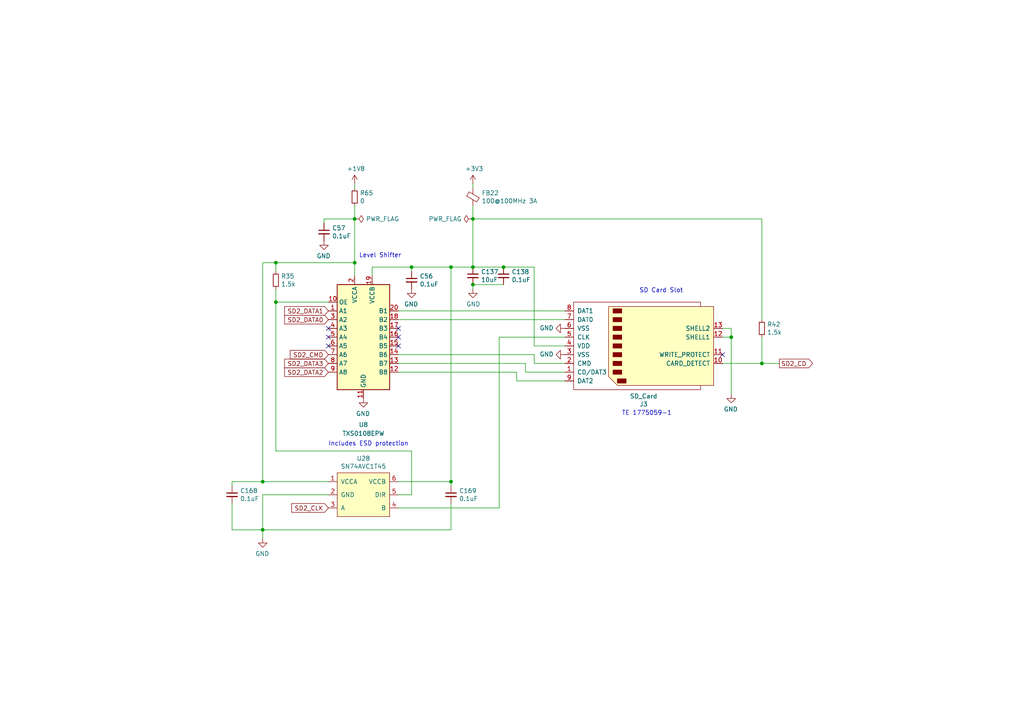
<source format=kicad_sch>
(kicad_sch (version 20211123) (generator eeschema)
  (paper "A4")
  (title_block (title "MNT Reform 2 SD Card") (date "2022-10-12") (rev "2.5D-1") (company "MNT Research GmbH") (comment 1 "https://mntre.com") (comment 2 "Engineer: Lukas F. Hartmann") (comment 3 "License: CERN-OHL-S 2.0"))
  (lib_symbols
    (symbol "Connector:SD_Card" (pin_names (offset 1.016))
      (property "Reference" "J" (at -16.51 13.97 0))
      (property "Value" "SD_Card" (at 15.24 -13.97 0))
      (symbol "SD_Card_0_1"
        (rectangle (start -8.89 -9.525) (end -6.35 -10.795) (fill (type outline)))
        (rectangle (start -8.89 -6.985) (end -6.35 -8.255) (fill (type outline)))
        (rectangle (start -8.89 -4.445) (end -6.35 -5.715) (fill (type outline)))
        (rectangle (start -8.89 -1.905) (end -6.35 -3.175) (fill (type outline)))
        (rectangle (start -8.89 0.635) (end -6.35 -0.635) (fill (type outline)))
        (rectangle (start -8.89 3.175) (end -6.35 1.905) (fill (type outline)))
        (rectangle (start -8.89 5.715) (end -6.35 4.445) (fill (type outline)))
        (rectangle (start -8.89 8.255) (end -6.35 6.985) (fill (type outline)))
        (rectangle (start -7.62 10.795) (end -5.08 9.525) (fill (type outline)))
        (polyline (pts (xy -10.16 8.89) (xy -7.62 11.43) (xy 20.32 11.43) (xy 20.32 -11.43) (xy -10.16 -11.43) (xy -10.16 8.89)) (fill (type background)))
        (polyline (pts (xy 16.51 11.43) (xy 16.51 12.7) (xy -20.32 12.7) (xy -20.32 -12.7) (xy 16.51 -12.7) (xy 16.51 -11.43)))
      )
      (symbol "SD_Card_1_1"
        (pin input line (at -22.86 7.62 0) (length 2.54) (name "CD/DAT3") (number "1"))
        (pin input line (at 22.86 5.08 180) (length 2.54) (name "CARD_DETECT") (number "10"))
        (pin input line (at 22.86 2.54 180) (length 2.54) (name "WRITE_PROTECT") (number "11"))
        (pin input line (at 22.86 -2.54 180) (length 2.54) (name "SHELL1") (number "12"))
        (pin input line (at 22.86 -5.08 180) (length 2.54) (name "SHELL2") (number "13"))
        (pin input line (at -22.86 5.08 0) (length 2.54) (name "CMD") (number "2"))
        (pin power_in line (at -22.86 2.54 0) (length 2.54) (name "VSS") (number "3"))
        (pin power_in line (at -22.86 0 0) (length 2.54) (name "VDD") (number "4"))
        (pin input line (at -22.86 -2.54 0) (length 2.54) (name "CLK") (number "5"))
        (pin power_in line (at -22.86 -5.08 0) (length 2.54) (name "VSS") (number "6"))
        (pin input line (at -22.86 -7.62 0) (length 2.54) (name "DAT0") (number "7"))
        (pin input line (at -22.86 -10.16 0) (length 2.54) (name "DAT1") (number "8"))
        (pin input line (at -22.86 10.16 0) (length 2.54) (name "DAT2") (number "9"))
      )
    )
    (symbol "Device:C_Small" (pin_numbers hide) (pin_names (offset 0.254) hide)
      (property "Reference" "C" (at 0.254 1.778 0))
      (property "Value" "C_Small" (at 0.254 -2.032 0))
      (symbol "C_Small_0_1"
        (polyline (pts (xy -1.524 -0.508) (xy 1.524 -0.508)) (stroke (width 0.3302)))
        (polyline (pts (xy -1.524 0.508) (xy 1.524 0.508)) (stroke (width 0.3048)))
      )
      (symbol "C_Small_1_1"
        (pin passive line (at 0 2.54 270) (length 2.032) (name "~") (number "1"))
        (pin passive line (at 0 -2.54 90) (length 2.032) (name "~") (number "2"))
      )
    )
    (symbol "Device:FerriteBead_Small" (pin_numbers hide) (pin_names (offset 0))
      (property "Reference" "FB" (at 1.905 1.27 0))
      (property "Value" "FerriteBead_Small" (at 1.905 -1.27 0))
      (symbol "FerriteBead_Small_0_1"
        (polyline (pts (xy 0 -1.27) (xy 0 -0.7874)))
        (polyline (pts (xy 0 0.889) (xy 0 1.2954)))
        (polyline (pts (xy -1.8288 0.2794) (xy -1.1176 1.4986) (xy 1.8288 -0.2032) (xy 1.1176 -1.4224) (xy -1.8288 0.2794)))
      )
      (symbol "FerriteBead_Small_1_1"
        (pin passive line (at 0 2.54 270) (length 1.27) (name "~") (number "1"))
        (pin passive line (at 0 -2.54 90) (length 1.27) (name "~") (number "2"))
      )
    )
    (symbol "Device:R_Small" (pin_numbers hide) (pin_names (offset 0.254) hide)
      (property "Reference" "R" (at 0.762 0.508 0))
      (property "Value" "R_Small" (at 0.762 -1.016 0))
      (symbol "R_Small_0_1"
        (rectangle (start -0.762 1.778) (end 0.762 -1.778) (stroke (width 0.2032)))
      )
      (symbol "R_Small_1_1"
        (pin passive line (at 0 2.54 270) (length 0.762) (name "~") (number "1"))
        (pin passive line (at 0 -2.54 90) (length 0.762) (name "~") (number "2"))
      )
    )
    (symbol "Logic_LevelTranslator:TXS0108EPW"
      (property "Reference" "U" (at -6.35 16.51 0))
      (property "Value" "TXS0108EPW" (at 3.81 16.51 0))
      (symbol "TXS0108EPW_0_1"
        (rectangle (start -7.62 15.24) (end 7.62 -15.24) (stroke (width 0.254)) (fill (type background)))
      )
      (symbol "TXS0108EPW_1_1"
        (pin bidirectional line (at -10.16 7.62 0) (length 2.54) (name "A1") (number "1"))
        (pin input line (at -10.16 10.16 0) (length 2.54) (name "OE") (number "10"))
        (pin power_in line (at 0 -17.78 90) (length 2.54) (name "GND") (number "11"))
        (pin bidirectional line (at 10.16 -10.16 180) (length 2.54) (name "B8") (number "12"))
        (pin bidirectional line (at 10.16 -7.62 180) (length 2.54) (name "B7") (number "13"))
        (pin bidirectional line (at 10.16 -5.08 180) (length 2.54) (name "B6") (number "14"))
        (pin bidirectional line (at 10.16 -2.54 180) (length 2.54) (name "B5") (number "15"))
        (pin bidirectional line (at 10.16 0 180) (length 2.54) (name "B4") (number "16"))
        (pin bidirectional line (at 10.16 2.54 180) (length 2.54) (name "B3") (number "17"))
        (pin bidirectional line (at 10.16 5.08 180) (length 2.54) (name "B2") (number "18"))
        (pin power_in line (at 2.54 17.78 270) (length 2.54) (name "VCCB") (number "19"))
        (pin power_in line (at -2.54 17.78 270) (length 2.54) (name "VCCA") (number "2"))
        (pin bidirectional line (at 10.16 7.62 180) (length 2.54) (name "B1") (number "20"))
        (pin bidirectional line (at -10.16 5.08 0) (length 2.54) (name "A2") (number "3"))
        (pin bidirectional line (at -10.16 2.54 0) (length 2.54) (name "A3") (number "4"))
        (pin bidirectional line (at -10.16 0 0) (length 2.54) (name "A4") (number "5"))
        (pin bidirectional line (at -10.16 -2.54 0) (length 2.54) (name "A5") (number "6"))
        (pin bidirectional line (at -10.16 -5.08 0) (length 2.54) (name "A6") (number "7"))
        (pin bidirectional line (at -10.16 -7.62 0) (length 2.54) (name "A7") (number "8"))
        (pin bidirectional line (at -10.16 -10.16 0) (length 2.54) (name "A8") (number "9"))
      )
    )
    (symbol "power:+1V8" (power) (pin_names (offset 0))
      (property "Value" "+1V8" (at 0 3.556 0))
      (symbol "+1V8_0_1"
        (polyline (pts (xy -0.762 1.27) (xy 0 2.54)))
        (polyline (pts (xy 0 0) (xy 0 2.54)))
        (polyline (pts (xy 0 2.54) (xy 0.762 1.27)))
      )
      (symbol "+1V8_1_1"
        (pin power_in line (at 0 0 90) (length 0) hide (name "+1V8") (number "1"))
      )
    )
    (symbol "power:+3V3" (power) (pin_names (offset 0))
      (property "Value" "+3V3" (at 0 3.556 0))
      (symbol "+3V3_0_1"
        (polyline (pts (xy -0.762 1.27) (xy 0 2.54)))
        (polyline (pts (xy 0 0) (xy 0 2.54)))
        (polyline (pts (xy 0 2.54) (xy 0.762 1.27)))
      )
      (symbol "+3V3_1_1"
        (pin power_in line (at 0 0 90) (length 0) hide (name "+3V3") (number "1"))
      )
    )
    (symbol "power:GND" (power) (pin_names (offset 0))
      (property "Value" "GND" (at 0 -3.81 0))
      (symbol "GND_0_1"
        (polyline (pts (xy 0 0) (xy 0 -1.27) (xy 1.27 -1.27) (xy 0 -2.54) (xy -1.27 -1.27) (xy 0 -1.27)))
      )
      (symbol "GND_1_1"
        (pin power_in line (at 0 0 270) (length 0) hide (name "GND") (number "1"))
      )
    )
    (symbol "power:PWR_FLAG" (power) (pin_numbers hide) (pin_names (offset 0) hide)
      (property "Value" "PWR_FLAG" (at 0 3.81 0))
      (symbol "PWR_FLAG_0_0"
        (pin power_out line (at 0 0 90) (length 0) (name "pwr") (number "1"))
      )
      (symbol "PWR_FLAG_0_1"
        (polyline (pts (xy 0 0) (xy 0 1.27) (xy -1.016 1.905) (xy 0 2.54) (xy 1.016 1.905) (xy 0 1.27)))
      )
    )
    (symbol "reform2:SN74AVC1T45" (pin_names (offset 1.016))
      (property "Reference" "U" (at 0 -8.89 0))
      (property "Value" "SN74AVC1T45" (at 0 -11.43 0))
      (symbol "SN74AVC1T45_0_1"
        (rectangle (start -7.62 6.35) (end 7.62 -6.35) (fill (type background)))
      )
      (symbol "SN74AVC1T45_1_1"
        (pin power_in line (at -10.16 3.81 0) (length 2.54) (name "VCCA") (number "1"))
        (pin power_in line (at -10.16 0 0) (length 2.54) (name "GND") (number "2"))
        (pin input line (at -10.16 -3.81 0) (length 2.54) (name "A") (number "3"))
        (pin output line (at 10.16 -3.81 180) (length 2.54) (name "B") (number "4"))
        (pin input line (at 10.16 0 180) (length 2.54) (name "DIR") (number "5"))
        (pin power_in line (at 10.16 3.81 180) (length 2.54) (name "VCCB") (number "6"))
      )
    )
  )
  (junction (at 80.01 76.2))
  (junction (at 137.16 77.47))
  (junction (at 76.2 139.7))
  (junction (at 137.16 63.5))
  (junction (at 130.81 77.47))
  (junction (at 102.87 63.5))
  (junction (at 119.38 77.47))
  (junction (at 102.87 76.2))
  (junction (at 80.01 87.63))
  (junction (at 146.05 77.47))
  (junction (at 220.98 105.41))
  (junction (at 76.2 153.67))
  (junction (at 212.09 97.79))
  (junction (at 137.16 82.55))
  (junction (at 130.81 139.7))
  (no_connect (at 95.25 95.25))
  (no_connect (at 115.57 100.33))
  (no_connect (at 95.25 100.33))
  (no_connect (at 209.55 102.87))
  (no_connect (at 95.25 97.79))
  (no_connect (at 115.57 97.79))
  (no_connect (at 115.57 95.25))
  (wire (pts (xy 102.87 63.5) (xy 102.87 76.2)))
  (wire (pts (xy 80.01 76.2) (xy 102.87 76.2)))
  (wire (pts (xy 149.86 107.95) (xy 149.86 110.49)))
  (wire (pts (xy 102.87 63.5) (xy 93.98 63.5)))
  (wire (pts (xy 102.87 76.2) (xy 102.87 80.01)))
  (wire (pts (xy 67.31 153.67) (xy 76.2 153.67)))
  (wire (pts (xy 209.55 97.79) (xy 212.09 97.79)))
  (wire (pts (xy 144.78 97.79) (xy 163.83 97.79)))
  (wire (pts (xy 107.95 77.47) (xy 107.95 80.01)))
  (wire (pts (xy 149.86 110.49) (xy 163.83 110.49)))
  (wire (pts (xy 76.2 139.7) (xy 95.25 139.7)))
  (wire (pts (xy 152.4 105.41) (xy 152.4 107.95)))
  (wire (pts (xy 137.16 82.55) (xy 137.16 83.82)))
  (wire (pts (xy 154.94 77.47) (xy 146.05 77.47)))
  (wire (pts (xy 212.09 97.79) (xy 212.09 95.25)))
  (wire (pts (xy 76.2 143.51) (xy 76.2 153.67)))
  (wire (pts (xy 119.38 77.47) (xy 107.95 77.47)))
  (wire (pts (xy 76.2 153.67) (xy 76.2 156.21)))
  (wire (pts (xy 76.2 76.2) (xy 80.01 76.2)))
  (wire (pts (xy 102.87 59.69) (xy 102.87 63.5)))
  (wire (pts (xy 76.2 139.7) (xy 67.31 139.7)))
  (wire (pts (xy 154.94 102.87) (xy 154.94 105.41)))
  (wire (pts (xy 130.81 140.97) (xy 130.81 139.7)))
  (wire (pts (xy 80.01 87.63) (xy 80.01 130.81)))
  (wire (pts (xy 146.05 77.47) (xy 137.16 77.47)))
  (wire (pts (xy 137.16 82.55) (xy 146.05 82.55)))
  (wire (pts (xy 212.09 95.25) (xy 209.55 95.25)))
  (wire (pts (xy 220.98 63.5) (xy 137.16 63.5)))
  (wire (pts (xy 119.38 143.51) (xy 115.57 143.51)))
  (wire (pts (xy 154.94 100.33) (xy 163.83 100.33)))
  (wire (pts (xy 212.09 97.79) (xy 212.09 114.3)))
  (wire (pts (xy 130.81 153.67) (xy 76.2 153.67)))
  (wire (pts (xy 130.81 139.7) (xy 130.81 77.47)))
  (wire (pts (xy 67.31 139.7) (xy 67.31 140.97)))
  (wire (pts (xy 95.25 87.63) (xy 80.01 87.63)))
  (wire (pts (xy 130.81 77.47) (xy 137.16 77.47)))
  (wire (pts (xy 115.57 90.17) (xy 163.83 90.17)))
  (wire (pts (xy 137.16 54.61) (xy 137.16 53.34)))
  (wire (pts (xy 95.25 143.51) (xy 76.2 143.51)))
  (wire (pts (xy 144.78 147.32) (xy 144.78 97.79)))
  (wire (pts (xy 137.16 59.69) (xy 137.16 63.5)))
  (wire (pts (xy 130.81 146.05) (xy 130.81 153.67)))
  (wire (pts (xy 220.98 105.41) (xy 209.55 105.41)))
  (wire (pts (xy 152.4 107.95) (xy 163.83 107.95)))
  (wire (pts (xy 119.38 130.81) (xy 119.38 143.51)))
  (wire (pts (xy 130.81 139.7) (xy 115.57 139.7)))
  (wire (pts (xy 80.01 83.82) (xy 80.01 87.63)))
  (wire (pts (xy 80.01 130.81) (xy 119.38 130.81)))
  (wire (pts (xy 220.98 63.5) (xy 220.98 92.71)))
  (wire (pts (xy 80.01 78.74) (xy 80.01 76.2)))
  (wire (pts (xy 154.94 77.47) (xy 154.94 100.33)))
  (wire (pts (xy 137.16 63.5) (xy 137.16 77.47)))
  (wire (pts (xy 154.94 105.41) (xy 163.83 105.41)))
  (wire (pts (xy 102.87 53.34) (xy 102.87 54.61)))
  (wire (pts (xy 115.57 105.41) (xy 152.4 105.41)))
  (wire (pts (xy 130.81 77.47) (xy 119.38 77.47)))
  (wire (pts (xy 93.98 63.5) (xy 93.98 64.77)))
  (wire (pts (xy 226.06 105.41) (xy 220.98 105.41)))
  (wire (pts (xy 115.57 92.71) (xy 163.83 92.71)))
  (wire (pts (xy 67.31 146.05) (xy 67.31 153.67)))
  (wire (pts (xy 119.38 77.47) (xy 119.38 78.74)))
  (wire (pts (xy 115.57 107.95) (xy 149.86 107.95)))
  (wire (pts (xy 220.98 105.41) (xy 220.98 97.79)))
  (wire (pts (xy 76.2 76.2) (xy 76.2 139.7)))
  (wire (pts (xy 115.57 147.32) (xy 144.78 147.32)))
  (wire (pts (xy 115.57 102.87) (xy 154.94 102.87)))
  (text "TE 1775059-1" (at 180.34 120.65 0) (effects (font (size 1.27 1.27)) (justify left bottom)))
  (text "SD Card Slot" (at 185.42 85.09 0) (effects (font (size 1.27 1.27)) (justify left bottom)))
  (text "Level Shifter" (at 104.14 74.93 0) (effects (font (size 1.27 1.27)) (justify left bottom)))
  (text "Includes ESD protection" (at 95.25 129.54 0) (effects (font (size 1.27 1.27)) (justify left bottom)))
  (global_label "SD2_DATA0" (shape input) (at 95.25 92.71 180) (property "Intersheet References" "${INTERSHEET_REFS}" (effects hide)))
  (global_label "SD2_CLK" (shape input) (at 95.25 147.32 180) (property "Intersheet References" "${INTERSHEET_REFS}" (effects hide)))
  (global_label "SD2_DATA2" (shape input) (at 95.25 107.95 180) (property "Intersheet References" "${INTERSHEET_REFS}" (effects hide)))
  (global_label "SD2_CD" (shape output) (at 226.06 105.41 0) (property "Intersheet References" "${INTERSHEET_REFS}" (effects hide)))
  (global_label "SD2_DATA3" (shape input) (at 95.25 105.41 180) (property "Intersheet References" "${INTERSHEET_REFS}" (effects hide)))
  (global_label "SD2_DATA1" (shape input) (at 95.25 90.17 180) (property "Intersheet References" "${INTERSHEET_REFS}" (effects hide)))
  (global_label "SD2_CMD" (shape input) (at 95.25 102.87 180) (property "Intersheet References" "${INTERSHEET_REFS}" (effects hide)))
  (symbol (lib_id "Connector:SD_Card") (at 186.69 100.33 0) (mirror x) (unit 1)
    (property "Reference" "J3" (at 186.69 117.221 0))
    (property "Value" "SD_Card" (at 186.69 114.9096 0))
    (property "Footprint" "footprints:TE_1775059-1" (effects hide))
    (property "Datasheet" "https://www.te.com/usa-en/product-1775059-1.html" (effects hide))
    (property "Manufacturer" "TE" (effects hide))
    (property "Manufacturer_No" "1775059-1" (effects hide))
    (property "Checked" "y" (effects hide))
    (property "Distributor" "Mouser" (effects hide))
  )
  (symbol (lib_id "Device:R_Small") (at 220.98 95.25 0) (unit 1)
    (property "Reference" "R42" (at 222.4786 94.0816 0) (effects (justify left)))
    (property "Value" "1.5k" (at 222.4786 96.393 0) (effects (justify left)))
    (property "Footprint" "Resistor_SMD:R_0603_1608Metric" (effects hide))
    (property "Manufacturer" "Yageo" (effects hide))
    (property "Manufacturer_No" "RC0603FR-071K5L" (effects hide))
    (property "Checked" "y" (effects hide))
    (property "Distributor" "Mouser" (effects hide))
  )
  (symbol (lib_id "power:GND") (at 163.83 95.25 270) (mirror x) (unit 1)
    (property "Reference" "#PWR0153" (effects hide))
    (property "Value" "GND" (at 160.5788 95.123 90) (effects (justify right)))
  )
  (symbol (lib_id "power:GND") (at 163.83 102.87 270) (mirror x) (unit 1)
    (property "Reference" "#PWR0154" (effects hide))
    (property "Value" "GND" (at 160.5788 102.743 90) (effects (justify right)))
  )
  (symbol (lib_id "power:GND") (at 212.09 114.3 0) (mirror y) (unit 1)
    (property "Reference" "#PWR0155" (effects hide))
    (property "Value" "GND" (at 211.963 118.6942 0))
  )
  (symbol (lib_id "Device:R_Small") (at 102.87 57.15 180) (unit 1)
    (property "Reference" "R65" (at 104.3686 55.9816 0) (effects (justify right)))
    (property "Value" "0" (at 104.3686 58.293 0) (effects (justify right)))
    (property "Footprint" "Resistor_SMD:R_0603_1608Metric" (effects hide))
    (property "Manufacturer" "Vishay Dale" (effects hide))
    (property "Manufacturer_No" "CRCW06030000Z0EAC" (effects hide))
    (property "Distributor" "Mouser" (effects hide))
    (property "Checked" "y" (effects hide))
  )
  (symbol (lib_id "Logic_LevelTranslator:TXS0108EPW") (at 105.41 97.79 0) (unit 1)
    (property "Reference" "U8" (at 105.41 123.19 0))
    (property "Value" "TXS0108EPW" (at 105.41 125.73 0))
    (property "Footprint" "Package_SO:TSSOP-20_4.4x6.5mm_P0.65mm" (effects hide))
    (property "Datasheet" "www.ti.com/lit/ds/symlink/txs0108e.pdf" (effects hide))
    (property "Manufacturer" "Texas Instruments" (effects hide))
    (property "Manufacturer_No" "TXS0108EPW" (effects hide))
    (property "Checked" "y" (effects hide))
    (property "Distributor" "Mouser" (effects hide))
  )
  (symbol (lib_id "power:GND") (at 105.41 115.57 0) (mirror y) (unit 1)
    (property "Reference" "#PWR0134" (effects hide))
    (property "Value" "GND" (at 105.283 119.9642 0))
  )
  (symbol (lib_id "power:+3V3") (at 137.16 53.34 0) (unit 1)
    (property "Reference" "#PWR0147" (effects hide))
    (property "Value" "+3V3" (at 137.541 48.9458 0))
  )
  (symbol (lib_id "power:+1V8") (at 102.87 53.34 0) (unit 1)
    (property "Reference" "#PWR0148" (effects hide))
    (property "Value" "+1V8" (at 103.251 48.9458 0))
  )
  (symbol (lib_id "Device:C_Small") (at 119.38 81.28 0) (unit 1)
    (property "Reference" "C56" (at 121.7168 80.1116 0) (effects (justify left)))
    (property "Value" "0.1uF" (at 121.7168 82.423 0) (effects (justify left)))
    (property "Footprint" "Capacitor_SMD:C_0603_1608Metric" (effects hide))
    (property "Manufacturer" "Yageo" (effects hide))
    (property "Manufacturer_No" "CC0603JPX7R9BB104" (effects hide))
    (property "Checked" "y" (effects hide))
    (property "Distributor" "Mouser" (effects hide))
  )
  (symbol (lib_id "Device:C_Small") (at 93.98 67.31 0) (unit 1)
    (property "Reference" "C57" (at 96.3168 66.1416 0) (effects (justify left)))
    (property "Value" "0.1uF" (at 96.3168 68.453 0) (effects (justify left)))
    (property "Footprint" "Capacitor_SMD:C_0603_1608Metric" (effects hide))
    (property "Manufacturer" "Yageo" (effects hide))
    (property "Manufacturer_No" "CC0603JPX7R9BB104" (effects hide))
    (property "Checked" "y" (effects hide))
    (property "Distributor" "Mouser" (effects hide))
  )
  (symbol (lib_id "power:GND") (at 119.38 83.82 0) (mirror y) (unit 1)
    (property "Reference" "#PWR0149" (effects hide))
    (property "Value" "GND" (at 119.253 88.2142 0))
  )
  (symbol (lib_id "power:GND") (at 93.98 69.85 0) (mirror y) (unit 1)
    (property "Reference" "#PWR0150" (effects hide))
    (property "Value" "GND" (at 93.853 74.2442 0))
  )
  (symbol (lib_id "power:PWR_FLAG") (at 102.87 63.5 270) (unit 1)
    (property "Reference" "#FLG0117" (effects hide))
    (property "Value" "PWR_FLAG" (at 106.1212 63.5 90) (effects (justify left)))
  )
  (symbol (lib_id "power:PWR_FLAG") (at 137.16 63.5 90) (unit 1)
    (property "Reference" "#FLG0118" (effects hide))
    (property "Value" "PWR_FLAG" (at 133.9342 63.5 90) (effects (justify left)))
  )
  (symbol (lib_id "Device:C_Small") (at 137.16 80.01 0) (unit 1)
    (property "Reference" "C137" (at 139.4968 78.8416 0) (effects (justify left)))
    (property "Value" "10uF" (at 139.4968 81.153 0) (effects (justify left)))
    (property "Footprint" "Capacitor_SMD:C_0603_1608Metric" (effects hide))
    (property "Manufacturer" "Murata" (effects hide))
    (property "Manufacturer_No" "GRM188R6YA106MA73D" (effects hide))
    (property "Checked" "y" (effects hide))
    (property "Distributor" "Mouser" (effects hide))
  )
  (symbol (lib_id "Device:C_Small") (at 146.05 80.01 0) (unit 1)
    (property "Reference" "C138" (at 148.3868 78.8416 0) (effects (justify left)))
    (property "Value" "0.1uF" (at 148.3868 81.153 0) (effects (justify left)))
    (property "Footprint" "Capacitor_SMD:C_0603_1608Metric" (effects hide))
    (property "Manufacturer" "Yageo" (effects hide))
    (property "Manufacturer_No" "CC0603JPX7R9BB104" (effects hide))
    (property "Checked" "y" (effects hide))
    (property "Distributor" "Mouser" (effects hide))
  )
  (symbol (lib_id "power:GND") (at 137.16 83.82 0) (unit 1)
    (property "Reference" "#PWR082" (effects hide))
    (property "Value" "GND" (at 137.287 88.2142 0))
  )
  (symbol (lib_id "reform2:SN74AVC1T45") (at 105.41 143.51 0) (unit 1)
    (property "Reference" "U28" (at 105.41 132.969 0))
    (property "Value" "SN74AVC1T45" (at 105.41 135.2804 0))
    (property "Footprint" "Package_TO_SOT_SMD:SOT-23-6" (effects hide))
    (property "Checked" "y" (effects hide))
    (property "Distributor" "Mouser" (effects hide))
    (property "Manufacturer" "Texas Instruments" (effects hide))
    (property "Manufacturer_No" "SN74AVC1T45" (effects hide))
  )
  (symbol (lib_id "power:GND") (at 76.2 156.21 0) (mirror y) (unit 1)
    (property "Reference" "#PWR023" (effects hide))
    (property "Value" "GND" (at 76.073 160.6042 0))
  )
  (symbol (lib_id "Device:C_Small") (at 130.81 143.51 0) (unit 1)
    (property "Reference" "C169" (at 133.1468 142.3416 0) (effects (justify left)))
    (property "Value" "0.1uF" (at 133.1468 144.653 0) (effects (justify left)))
    (property "Footprint" "Capacitor_SMD:C_0603_1608Metric" (effects hide))
    (property "Manufacturer" "Yageo" (effects hide))
    (property "Manufacturer_No" "CC0603JPX7R9BB104" (effects hide))
    (property "Checked" "y" (effects hide))
    (property "Distributor" "Mouser" (effects hide))
  )
  (symbol (lib_id "Device:C_Small") (at 67.31 143.51 0) (unit 1)
    (property "Reference" "C168" (at 69.6468 142.3416 0) (effects (justify left)))
    (property "Value" "0.1uF" (at 69.6468 144.653 0) (effects (justify left)))
    (property "Footprint" "Capacitor_SMD:C_0603_1608Metric" (effects hide))
    (property "Manufacturer" "Yageo" (effects hide))
    (property "Manufacturer_No" "CC0603JPX7R9BB104" (effects hide))
    (property "Checked" "y" (effects hide))
    (property "Distributor" "Mouser" (effects hide))
  )
  (symbol (lib_id "Device:R_Small") (at 80.01 81.28 0) (unit 1)
    (property "Reference" "R35" (at 81.5086 80.1116 0) (effects (justify left)))
    (property "Value" "1.5k" (at 81.5086 82.423 0) (effects (justify left)))
    (property "Footprint" "Resistor_SMD:R_0603_1608Metric" (effects hide))
    (property "Manufacturer" "Yageo" (effects hide))
    (property "Manufacturer_No" "RC0603FR-071K5L" (effects hide))
    (property "Checked" "y" (effects hide))
    (property "Distributor" "Mouser" (effects hide))
  )
  (symbol (lib_id "Device:FerriteBead_Small") (at 137.16 57.15 0) (unit 1)
    (property "Reference" "FB22" (at 139.7 55.9816 0) (effects (justify left)))
    (property "Value" "100@100MHz 3A" (at 139.7 58.293 0) (effects (justify left)))
    (property "Footprint" "Inductor_SMD:L_0603_1608Metric" (effects hide))
    (property "Manufacturer" "Murata" (effects hide))
    (property "Manufacturer_No" "BLM18KG101TN1D" (effects hide))
    (property "Checked" "y" (effects hide))
    (property "Distributor" "Mouser" (effects hide))
  )
)
</source>
